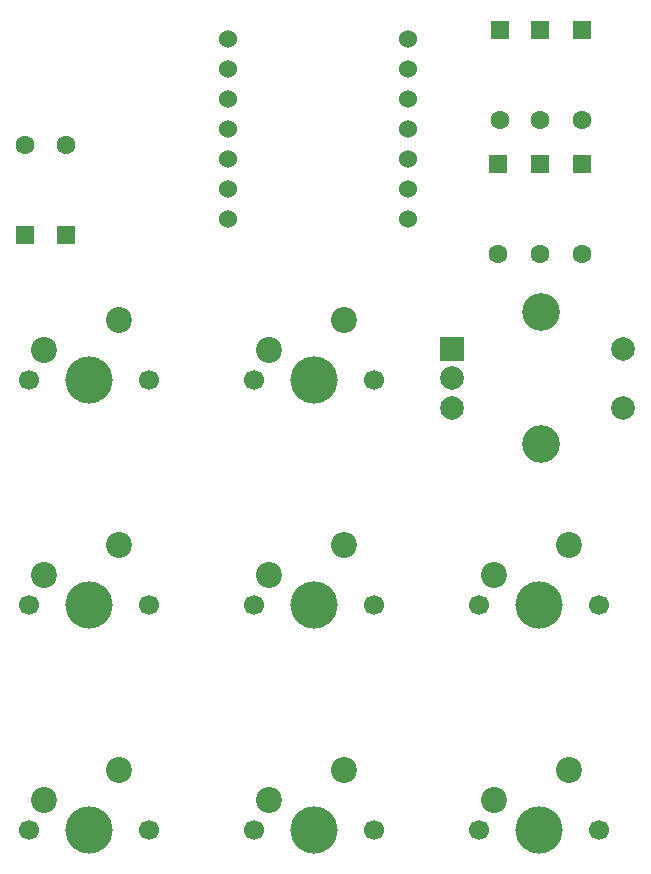
<source format=gbr>
%TF.GenerationSoftware,KiCad,Pcbnew,9.0.2*%
%TF.CreationDate,2025-08-01T00:08:25-07:00*%
%TF.ProjectId,macropad,6d616372-6f70-4616-942e-6b696361645f,rev?*%
%TF.SameCoordinates,Original*%
%TF.FileFunction,Soldermask,Bot*%
%TF.FilePolarity,Negative*%
%FSLAX46Y46*%
G04 Gerber Fmt 4.6, Leading zero omitted, Abs format (unit mm)*
G04 Created by KiCad (PCBNEW 9.0.2) date 2025-08-01 00:08:25*
%MOMM*%
%LPD*%
G01*
G04 APERTURE LIST*
G04 Aperture macros list*
%AMRoundRect*
0 Rectangle with rounded corners*
0 $1 Rounding radius*
0 $2 $3 $4 $5 $6 $7 $8 $9 X,Y pos of 4 corners*
0 Add a 4 corners polygon primitive as box body*
4,1,4,$2,$3,$4,$5,$6,$7,$8,$9,$2,$3,0*
0 Add four circle primitives for the rounded corners*
1,1,$1+$1,$2,$3*
1,1,$1+$1,$4,$5*
1,1,$1+$1,$6,$7*
1,1,$1+$1,$8,$9*
0 Add four rect primitives between the rounded corners*
20,1,$1+$1,$2,$3,$4,$5,0*
20,1,$1+$1,$4,$5,$6,$7,0*
20,1,$1+$1,$6,$7,$8,$9,0*
20,1,$1+$1,$8,$9,$2,$3,0*%
G04 Aperture macros list end*
%ADD10C,1.600000*%
%ADD11RoundRect,0.250000X-0.550000X0.550000X-0.550000X-0.550000X0.550000X-0.550000X0.550000X0.550000X0*%
%ADD12RoundRect,0.250000X0.550000X-0.550000X0.550000X0.550000X-0.550000X0.550000X-0.550000X-0.550000X0*%
%ADD13C,1.524000*%
%ADD14C,1.700000*%
%ADD15C,4.000000*%
%ADD16C,2.200000*%
%ADD17R,2.000000X2.000000*%
%ADD18C,2.000000*%
%ADD19C,3.200000*%
G04 APERTURE END LIST*
D10*
%TO.C,D13*%
X108400000Y-59010000D03*
D11*
X108400000Y-51390000D03*
%TD*%
D10*
%TO.C,D14*%
X104850000Y-59010000D03*
D11*
X104850000Y-51390000D03*
%TD*%
D10*
%TO.C,D12*%
X101300000Y-70370000D03*
D11*
X101300000Y-62750000D03*
%TD*%
D10*
%TO.C,D7*%
X64750000Y-61140000D03*
D12*
X64750000Y-68760000D03*
%TD*%
D10*
%TO.C,D9*%
X101450000Y-59010000D03*
D11*
X101450000Y-51390000D03*
%TD*%
D10*
%TO.C,D10*%
X108400000Y-70370000D03*
D11*
X108400000Y-62750000D03*
%TD*%
D10*
%TO.C,D8*%
X61250000Y-61140000D03*
D12*
X61250000Y-68760000D03*
%TD*%
D10*
%TO.C,D11*%
X104850000Y-70370000D03*
D11*
X104850000Y-62750000D03*
%TD*%
D13*
%TO.C,U1*%
X78470000Y-52160000D03*
X78470000Y-54700000D03*
X78470000Y-57240000D03*
X78470000Y-59780000D03*
X78470000Y-62320000D03*
X78470000Y-64860000D03*
X78470000Y-67400000D03*
X93710000Y-67400000D03*
X93710000Y-64860000D03*
X93710000Y-62320000D03*
X93710000Y-59780000D03*
X93710000Y-57240000D03*
X93710000Y-54700000D03*
X93710000Y-52160000D03*
%TD*%
D14*
%TO.C,SW9*%
X99695000Y-119062500D03*
D15*
X104775000Y-119062500D03*
D14*
X109855000Y-119062500D03*
D16*
X107315000Y-113982500D03*
X100965000Y-116522500D03*
%TD*%
D14*
%TO.C,SW8*%
X99695000Y-100012500D03*
D15*
X104775000Y-100012500D03*
D14*
X109855000Y-100012500D03*
D16*
X107315000Y-94932500D03*
X100965000Y-97472500D03*
%TD*%
D14*
%TO.C,SW3*%
X80645000Y-100012500D03*
D15*
X85725000Y-100012500D03*
D14*
X90805000Y-100012500D03*
D16*
X88265000Y-94932500D03*
X81915000Y-97472500D03*
%TD*%
D14*
%TO.C,SW1*%
X61595000Y-80962500D03*
D15*
X66675000Y-80962500D03*
D14*
X71755000Y-80962500D03*
D16*
X69215000Y-75882500D03*
X62865000Y-78422500D03*
%TD*%
D14*
%TO.C,SW6*%
X80645000Y-119062500D03*
D15*
X85725000Y-119062500D03*
D14*
X90805000Y-119062500D03*
D16*
X88265000Y-113982500D03*
X81915000Y-116522500D03*
%TD*%
D14*
%TO.C,SW4*%
X61595000Y-100012500D03*
D15*
X66675000Y-100012500D03*
D14*
X71755000Y-100012500D03*
D16*
X69215000Y-94932500D03*
X62865000Y-97472500D03*
%TD*%
D14*
%TO.C,SW5*%
X61595000Y-119062500D03*
D15*
X66675000Y-119062500D03*
D14*
X71755000Y-119062500D03*
D16*
X69215000Y-113982500D03*
X62865000Y-116522500D03*
%TD*%
D14*
%TO.C,SW2*%
X80645000Y-80962500D03*
D15*
X85725000Y-80962500D03*
D14*
X90805000Y-80962500D03*
D16*
X88265000Y-75882500D03*
X81915000Y-78422500D03*
%TD*%
D17*
%TO.C,SW7*%
X97418750Y-78343750D03*
D18*
X97418750Y-83343750D03*
X97418750Y-80843750D03*
D19*
X104918750Y-75243750D03*
X104918750Y-86443750D03*
D18*
X111918750Y-83343750D03*
X111918750Y-78343750D03*
%TD*%
M02*

</source>
